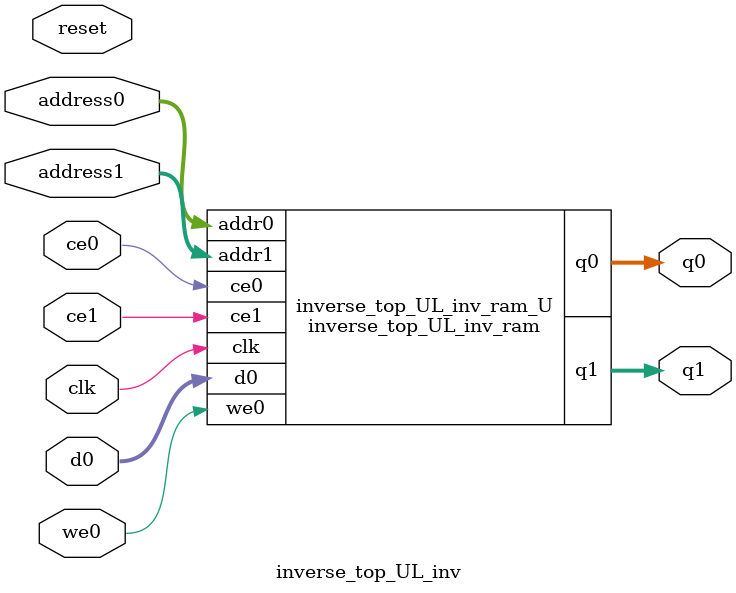
<source format=v>
`timescale 1 ns / 1 ps
module inverse_top_UL_inv_ram (addr0, ce0, d0, we0, q0, addr1, ce1, q1,  clk);

parameter DWIDTH = 32;
parameter AWIDTH = 4;
parameter MEM_SIZE = 9;

input[AWIDTH-1:0] addr0;
input ce0;
input[DWIDTH-1:0] d0;
input we0;
output reg[DWIDTH-1:0] q0;
input[AWIDTH-1:0] addr1;
input ce1;
output reg[DWIDTH-1:0] q1;
input clk;

(* ram_style = "distributed" *)reg [DWIDTH-1:0] ram[0:MEM_SIZE-1];




always @(posedge clk)  
begin 
    if (ce0) 
    begin
        if (we0) 
        begin 
            ram[addr0] <= d0; 
        end 
        q0 <= ram[addr0];
    end
end


always @(posedge clk)  
begin 
    if (ce1) 
    begin
        q1 <= ram[addr1];
    end
end


endmodule

`timescale 1 ns / 1 ps
module inverse_top_UL_inv(
    reset,
    clk,
    address0,
    ce0,
    we0,
    d0,
    q0,
    address1,
    ce1,
    q1);

parameter DataWidth = 32'd32;
parameter AddressRange = 32'd9;
parameter AddressWidth = 32'd4;
input reset;
input clk;
input[AddressWidth - 1:0] address0;
input ce0;
input we0;
input[DataWidth - 1:0] d0;
output[DataWidth - 1:0] q0;
input[AddressWidth - 1:0] address1;
input ce1;
output[DataWidth - 1:0] q1;



inverse_top_UL_inv_ram inverse_top_UL_inv_ram_U(
    .clk( clk ),
    .addr0( address0 ),
    .ce0( ce0 ),
    .we0( we0 ),
    .d0( d0 ),
    .q0( q0 ),
    .addr1( address1 ),
    .ce1( ce1 ),
    .q1( q1 ));

endmodule


</source>
